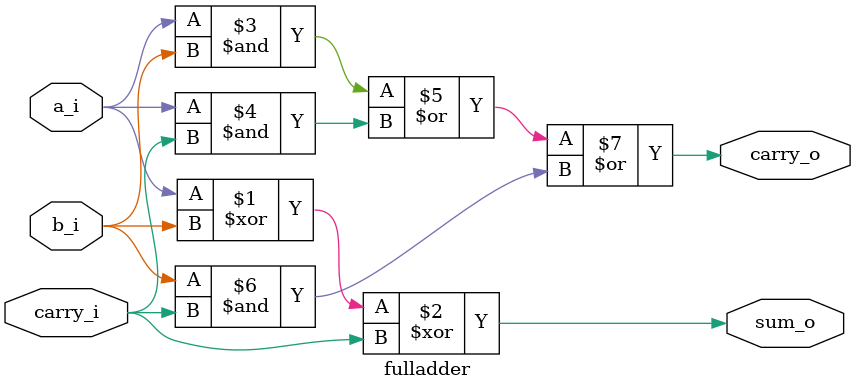
<source format=sv>
`timescale 1ns / 1ps


module fulladder(
    input logic a_i,
    input logic b_i,
    input logic carry_i,
    output logic sum_o,
    output logic carry_o
    );

    assign sum_o = a_i ^ b_i ^ carry_i;
    assign carry_o = (a_i & b_i) | (a_i & carry_i) | (b_i & carry_i);
endmodule

</source>
